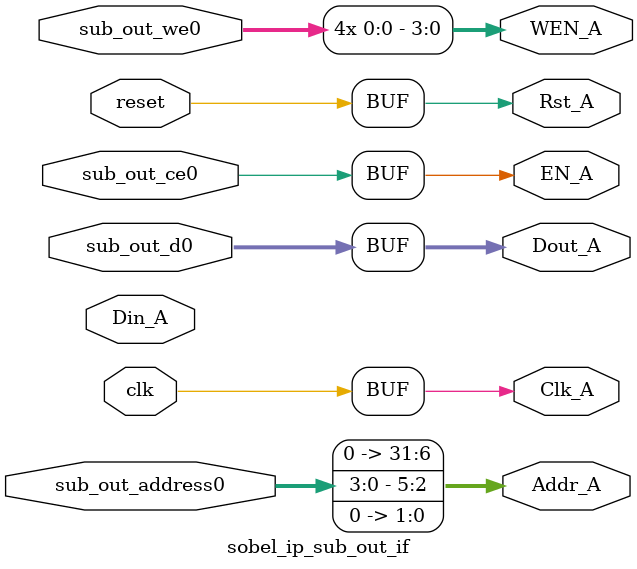
<source format=v>


`timescale 1ns/1ps

module sobel_ip_sub_out_if (
    // system singals
    input  wire        clk,
    input  wire        reset,
    // user signals
    input  wire [3:0]  sub_out_address0,
    input  wire        sub_out_ce0,
    input  wire        sub_out_we0,
    input  wire [31:0] sub_out_d0,
    // bus signals
    output wire        Clk_A,
    output wire        Rst_A,
    output wire        EN_A,
    output wire [3:0]  WEN_A,
    output wire [31:0] Addr_A,
    output wire [31:0] Dout_A,
    input  wire [31:0] Din_A
);
//------------------------Body---------------------------
assign Clk_A  = clk;
assign Rst_A  = reset;
assign EN_A   = sub_out_ce0;
assign Addr_A = {sub_out_address0, 2'b0};
assign WEN_A  = {4{sub_out_we0}};
assign Dout_A = sub_out_d0;

endmodule

</source>
